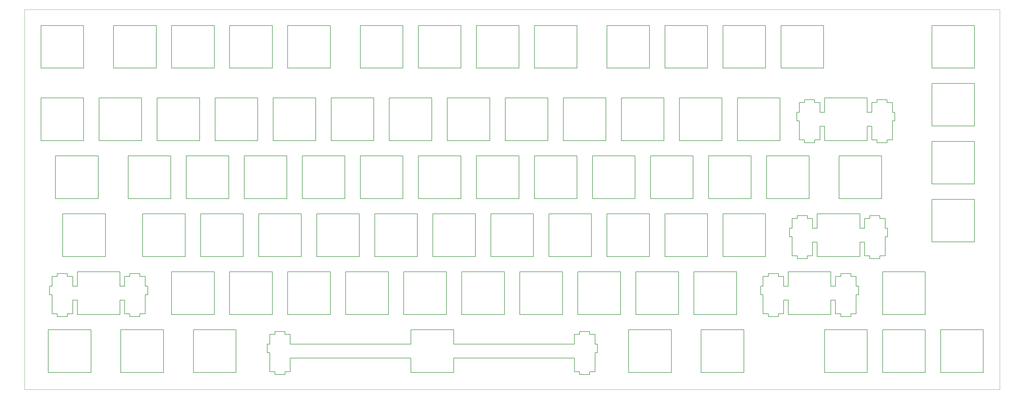
<source format=gbr>
%TF.GenerationSoftware,KiCad,Pcbnew,(6.0.10)*%
%TF.CreationDate,2023-03-07T00:13:01-08:00*%
%TF.ProjectId,fr4 plate,66723420-706c-4617-9465-2e6b69636164,rev?*%
%TF.SameCoordinates,Original*%
%TF.FileFunction,Profile,NP*%
%FSLAX46Y46*%
G04 Gerber Fmt 4.6, Leading zero omitted, Abs format (unit mm)*
G04 Created by KiCad (PCBNEW (6.0.10)) date 2023-03-07 00:13:01*
%MOMM*%
%LPD*%
G01*
G04 APERTURE LIST*
%TA.AperFunction,Profile*%
%ADD10C,0.188976*%
%TD*%
%TA.AperFunction,Profile*%
%ADD11C,0.050000*%
%TD*%
G04 APERTURE END LIST*
D10*
X192281000Y-187149998D02*
X231906000Y-187149998D01*
X232763010Y-120700001D02*
X232763010Y-120700001D01*
X273531000Y-191850003D02*
X287531000Y-191850003D01*
X334731012Y-147250005D02*
X334731012Y-147250005D01*
X94650007Y-91838000D02*
X94650007Y-91838000D01*
X166087008Y-101650000D02*
X166087008Y-101650000D01*
X199425013Y-153750005D02*
X199425013Y-139750005D01*
X213713007Y-134700001D02*
X213713007Y-134700001D01*
X232763010Y-91838000D02*
X232763010Y-77838001D01*
X189900003Y-172800000D02*
X189900003Y-172800000D01*
X329538019Y-103120000D02*
X329538019Y-106349999D01*
X161325006Y-139750005D02*
X161325006Y-139750005D01*
X237813013Y-120700001D02*
X237813013Y-134700001D01*
X333906000Y-147250005D02*
X333906000Y-147250005D01*
X319356012Y-159350003D02*
X319356012Y-159350003D01*
X310106012Y-141219998D02*
X308379999Y-141219998D01*
X352113001Y-191850003D02*
X366113001Y-191850003D01*
X307462000Y-102200001D02*
X307462000Y-102200001D01*
X62194006Y-173550000D02*
X65494005Y-173550000D01*
X319356012Y-159350003D02*
X319356012Y-160270001D01*
X308962000Y-134700001D02*
X308962000Y-120700001D01*
X303356012Y-144450001D02*
X302531000Y-144450001D01*
X136931009Y-179320004D02*
X136931009Y-179320004D01*
X261625010Y-153750005D02*
X261625010Y-153750005D01*
X108938005Y-115650002D02*
X108938005Y-101650000D01*
X194663004Y-120700001D02*
X180663004Y-120700001D01*
X209238001Y-115650002D02*
X209238001Y-115650002D01*
X347063013Y-191850003D02*
X347063013Y-177850003D01*
X218763010Y-77838001D02*
X218763010Y-91838000D01*
X302531000Y-144450001D02*
X302531000Y-147250005D01*
X204188013Y-115650002D02*
X204188013Y-115650002D01*
X247050013Y-172800000D02*
X247050013Y-172800000D01*
X60469006Y-160270001D02*
X60469006Y-163500005D01*
X285150003Y-172800000D02*
X285150003Y-172800000D01*
X175613009Y-91838000D02*
X175613009Y-77838001D01*
X349254999Y-91838000D02*
X349254999Y-91838000D01*
X271150003Y-158800000D02*
X271150003Y-172800000D01*
X133038004Y-101650000D02*
X133038004Y-115650002D01*
X152087008Y-115650002D02*
X152087008Y-115650002D01*
X312488001Y-115420003D02*
X312488001Y-110950001D01*
X137800005Y-158800000D02*
X137800005Y-172800000D01*
X310106012Y-149050000D02*
X310106012Y-149050000D01*
X287531000Y-191850003D02*
X287531000Y-177850003D01*
X325206018Y-166300000D02*
X325206018Y-166300000D01*
X318775019Y-120700001D02*
X318775019Y-134700001D01*
X312488001Y-110950001D02*
X314012995Y-110950001D01*
X166087008Y-115650002D02*
X166087008Y-101650000D01*
X311631006Y-153750005D02*
X325631006Y-153750005D01*
X175900003Y-172800000D02*
X175900003Y-172800000D01*
X266388010Y-115650002D02*
X266388010Y-115650002D01*
X332180994Y-153520001D02*
X333906000Y-153520001D01*
X178280008Y-187149998D02*
X178280008Y-187149998D01*
X85994005Y-159350003D02*
X85994005Y-160270001D01*
X285438013Y-115650002D02*
X299438013Y-115650002D01*
X300581003Y-168100003D02*
X302106012Y-168100003D01*
X303356012Y-141219998D02*
X303356012Y-141219998D01*
X352113001Y-177850003D02*
X352113001Y-191850003D01*
X233631006Y-192600003D02*
X233631006Y-192600003D01*
X310106012Y-153520001D02*
X310106012Y-153520001D01*
X61600006Y-120700001D02*
X61600006Y-134700001D01*
X332775019Y-134700001D02*
X332775019Y-134700001D01*
X249719004Y-191850003D02*
X249719004Y-191850003D01*
X242575006Y-153750005D02*
X242575006Y-153750005D01*
X118463007Y-120700001D02*
X104463007Y-120700001D01*
X275625010Y-153750005D02*
X275625010Y-153750005D01*
X156850008Y-172800000D02*
X170850008Y-172800000D01*
X305738001Y-103120000D02*
X305738001Y-103120000D01*
X270863001Y-134700001D02*
X270863001Y-134700001D01*
X232763010Y-134700001D02*
X232763010Y-120700001D01*
X123225008Y-153750005D02*
X123225008Y-139750005D01*
X147038004Y-115650002D02*
X147038004Y-115650002D01*
X287531000Y-177850003D02*
X287531000Y-177850003D01*
X70838005Y-77838001D02*
X70838005Y-77838001D01*
X316106012Y-172800000D02*
X316106012Y-172800000D01*
X317631006Y-168100003D02*
X317631006Y-172570004D01*
X131906008Y-182550000D02*
X131081003Y-182550000D01*
X138656008Y-187149998D02*
X138656008Y-187149998D01*
X314012995Y-106349999D02*
X312488001Y-106349999D01*
X332180994Y-153520001D02*
X332180994Y-153520001D01*
X305738001Y-109150002D02*
X305738001Y-115420003D01*
X133038004Y-115650002D02*
X133038004Y-115650002D01*
X175613009Y-134700001D02*
X175613009Y-134700001D01*
X334563013Y-103120000D02*
X334563013Y-103120000D01*
X285150003Y-172800000D02*
X285150003Y-158800000D01*
X310106012Y-144450001D02*
X310106012Y-141219998D01*
X65494005Y-159350003D02*
X62194006Y-159350003D01*
X317631006Y-172570004D02*
X317631006Y-172570004D01*
X280675013Y-91838000D02*
X280675013Y-91838000D01*
X82744005Y-168100003D02*
X82744005Y-168100003D01*
X275625010Y-91838000D02*
X275625010Y-91838000D01*
X308962000Y-120700001D02*
X308962000Y-120700001D01*
X152087008Y-115650002D02*
X166087008Y-115650002D01*
X363254999Y-115938000D02*
X363254999Y-115938000D01*
X113700006Y-172800000D02*
X113700006Y-158800000D01*
X275913004Y-134700001D02*
X275913004Y-134700001D01*
X332180994Y-154500005D02*
X332180994Y-154500005D01*
X328881006Y-140300000D02*
X328881006Y-141219998D01*
X70838005Y-115650002D02*
X70838005Y-115650002D01*
X305081003Y-140300000D02*
X305081003Y-141219998D01*
X293831003Y-160270001D02*
X293831003Y-163500005D01*
X325631006Y-153750005D02*
X325631006Y-153750005D01*
X131906008Y-182550000D02*
X131906008Y-182550000D01*
X329538019Y-106349999D02*
X329538019Y-106349999D01*
X314012995Y-177850003D02*
X314012995Y-191850003D01*
X109225004Y-153750005D02*
X123225008Y-153750005D01*
X80650005Y-77838001D02*
X80650005Y-91838000D01*
X223525003Y-153750005D02*
X223525003Y-153750005D01*
X316106012Y-168100003D02*
X317631006Y-168100003D01*
X85994005Y-159350003D02*
X85994005Y-159350003D01*
X70838005Y-115650002D02*
X70838005Y-101650000D01*
X84269007Y-160270001D02*
X84269007Y-160270001D01*
X333063013Y-191850003D02*
X347063013Y-191850003D01*
X175613009Y-77838001D02*
X161613009Y-77838001D01*
X77981007Y-153750005D02*
X77981007Y-153750005D01*
X275913004Y-134700001D02*
X289913004Y-134700001D01*
X65494005Y-160270001D02*
X65494005Y-159350003D01*
X73219006Y-191850003D02*
X73219006Y-191850003D01*
X285150003Y-158800000D02*
X285150003Y-158800000D01*
X316106012Y-172800000D02*
X316106012Y-168100003D01*
X285150003Y-158800000D02*
X271150003Y-158800000D01*
X142275003Y-153750005D02*
X142275003Y-139750005D01*
X233050013Y-158800000D02*
X233050013Y-172800000D01*
X308379999Y-141219998D02*
X308379999Y-141219998D01*
X238656000Y-182550000D02*
X238656000Y-179320004D01*
X190188013Y-115650002D02*
X204188013Y-115650002D01*
X280675013Y-77838001D02*
X280675013Y-91838000D01*
X256575006Y-153750005D02*
X256575006Y-139750005D01*
X178280008Y-191850003D02*
X178280008Y-191850003D01*
X118463007Y-134700001D02*
X118463007Y-120700001D01*
X231906000Y-191620000D02*
X233631006Y-191620000D01*
X313725000Y-91838000D02*
X313725000Y-91838000D01*
X151800005Y-91838000D02*
X151800005Y-77838001D01*
X208950006Y-172800000D02*
X208950006Y-158800000D01*
X329538019Y-110950001D02*
X329538019Y-115420003D01*
X275625010Y-77838001D02*
X261625010Y-77838001D01*
X328012995Y-115650002D02*
X328012995Y-110950001D01*
X108938005Y-115650002D02*
X108938005Y-115650002D01*
X232763010Y-77838001D02*
X218763010Y-77838001D01*
X313725000Y-77838001D02*
X313725000Y-77838001D01*
X332775019Y-120700001D02*
X332775019Y-120700001D01*
X199425013Y-139750005D02*
X199425013Y-139750005D01*
X133038004Y-115650002D02*
X147038004Y-115650002D01*
X298856012Y-172570004D02*
X298856012Y-172570004D01*
X65494005Y-172570004D02*
X67219006Y-172570004D01*
X208950006Y-172800000D02*
X208950006Y-172800000D01*
X247338007Y-115650002D02*
X261338007Y-115650002D01*
X73219006Y-177850003D02*
X59219006Y-177850003D01*
X305738001Y-115420003D02*
X307462000Y-115420003D01*
X247050013Y-172800000D02*
X247050013Y-158800000D01*
X118463007Y-120700001D02*
X118463007Y-120700001D01*
X131906008Y-179320004D02*
X131906008Y-179320004D01*
X97031008Y-177850003D02*
X97031008Y-177850003D01*
X89294004Y-160270001D02*
X89294004Y-159350003D01*
X304913004Y-106349999D02*
X304913004Y-106349999D01*
X232763010Y-77838001D02*
X232763010Y-77838001D01*
X238656000Y-185350003D02*
X239481012Y-185350003D01*
X328881006Y-154500005D02*
X328881006Y-154500005D01*
X310106012Y-153520001D02*
X310106012Y-149050000D01*
X213713007Y-91838000D02*
X213713007Y-91838000D01*
X261625010Y-153750005D02*
X275625010Y-153750005D01*
X137800005Y-172800000D02*
X151800005Y-172800000D01*
X185425013Y-139750005D02*
X185425013Y-153750005D01*
X347063013Y-191850003D02*
X347063013Y-191850003D01*
X308379999Y-140300000D02*
X308379999Y-140300000D01*
X242288004Y-101650000D02*
X242288004Y-101650000D01*
X131081003Y-182550000D02*
X131081003Y-185350003D01*
X65494005Y-173550000D02*
X65494005Y-173550000D01*
X275625010Y-139750005D02*
X275625010Y-139750005D01*
X263719004Y-177850003D02*
X249719004Y-177850003D01*
X218475000Y-139750005D02*
X218475000Y-139750005D01*
X175900003Y-172800000D02*
X189900003Y-172800000D01*
X63981006Y-139750005D02*
X63981006Y-153750005D01*
X91019007Y-160270001D02*
X91019007Y-160270001D01*
X238656000Y-179320004D02*
X238656000Y-179320004D01*
X67219006Y-163500005D02*
X67219006Y-163500005D01*
X192281000Y-177850003D02*
X192281000Y-177850003D01*
X322656000Y-173550000D02*
X322656000Y-173550000D01*
X99700006Y-91838000D02*
X99700006Y-91838000D01*
X261625010Y-139750005D02*
X261625010Y-153750005D01*
X199713007Y-91838000D02*
X213713007Y-91838000D01*
X327156000Y-153520001D02*
X327156000Y-153520001D01*
X261625010Y-91838000D02*
X261625010Y-91838000D01*
X336288019Y-115420003D02*
X336288019Y-109150002D01*
X62194006Y-160270001D02*
X60469006Y-160270001D01*
X223525003Y-139750005D02*
X223525003Y-153750005D01*
X161613009Y-134700001D02*
X161613009Y-134700001D01*
X314012995Y-191850003D02*
X314012995Y-191850003D01*
X89888006Y-101650000D02*
X75888006Y-101650000D01*
X137513002Y-134700001D02*
X137513002Y-134700001D01*
X295556009Y-173550000D02*
X298856012Y-173550000D01*
X313725000Y-77838001D02*
X299725000Y-77838001D01*
X161613009Y-120700001D02*
X161613009Y-134700001D01*
X332180994Y-154500005D02*
X332180994Y-153520001D01*
X310106012Y-144450001D02*
X310106012Y-144450001D01*
X70838005Y-77838001D02*
X56838006Y-77838001D01*
X331262995Y-115420003D02*
X331262995Y-116400002D01*
X80650005Y-91838000D02*
X80650005Y-91838000D01*
X300581003Y-160270001D02*
X298856012Y-160270001D01*
X311631006Y-153750005D02*
X311631006Y-153750005D01*
X324381006Y-163500005D02*
X324381006Y-163500005D01*
X85994005Y-160270001D02*
X84269007Y-160270001D01*
X132750010Y-172800000D02*
X132750010Y-172800000D01*
X236931009Y-192600003D02*
X236931009Y-192600003D01*
X324381006Y-166300000D02*
X324381006Y-166300000D01*
X85994005Y-160270001D02*
X85994005Y-160270001D01*
X142563005Y-134700001D02*
X142563005Y-134700001D01*
X175613009Y-120700001D02*
X161613009Y-120700001D01*
X263719004Y-177850003D02*
X263719004Y-177850003D01*
X132750010Y-158800000D02*
X132750010Y-158800000D01*
X63981006Y-153750005D02*
X63981006Y-153750005D01*
X334563013Y-116400002D02*
X334563013Y-115420003D01*
X218763010Y-91838000D02*
X218763010Y-91838000D01*
X252100000Y-172800000D02*
X266100000Y-172800000D01*
X266100000Y-172800000D02*
X266100000Y-158800000D01*
X113700006Y-91838000D02*
X113700006Y-91838000D01*
X311631006Y-149050000D02*
X311631006Y-149050000D01*
X128275003Y-153750005D02*
X128275003Y-153750005D01*
X303356012Y-141219998D02*
X303356012Y-144450001D01*
X236931009Y-179320004D02*
X236931009Y-178399998D01*
X295556009Y-173550000D02*
X295556009Y-173550000D01*
X85994005Y-173550000D02*
X89294004Y-173550000D01*
X331262995Y-102200001D02*
X331262995Y-102200001D01*
X90175005Y-153750005D02*
X90175005Y-153750005D01*
X280388010Y-101650000D02*
X266388010Y-101650000D01*
X180663004Y-120700001D02*
X180663004Y-134700001D01*
X251813013Y-120700001D02*
X251813013Y-120700001D01*
X310762995Y-116400002D02*
X310762995Y-116400002D01*
X289913004Y-134700001D02*
X289913004Y-134700001D01*
X334731012Y-144450001D02*
X333906000Y-144450001D01*
X60469006Y-166300000D02*
X60469006Y-166300000D01*
X199713007Y-120700001D02*
X199713007Y-134700001D01*
X300581003Y-160270001D02*
X300581003Y-160270001D01*
X300581003Y-163500005D02*
X300581003Y-163500005D01*
X62194006Y-172570004D02*
X62194006Y-172570004D01*
X252100000Y-158800000D02*
X252100000Y-172800000D01*
X185138010Y-115650002D02*
X185138010Y-101650000D01*
X223238001Y-101650000D02*
X209238001Y-101650000D01*
X280388010Y-101650000D02*
X280388010Y-101650000D01*
X311631006Y-144450001D02*
X311631006Y-144450001D01*
X185138010Y-115650002D02*
X185138010Y-115650002D01*
X113700006Y-77838001D02*
X113700006Y-77838001D01*
X91019007Y-163500005D02*
X91019007Y-163500005D01*
X75888006Y-115650002D02*
X89888006Y-115650002D01*
X108938005Y-101650000D02*
X94938005Y-101650000D01*
X67219006Y-168100003D02*
X67219006Y-168100003D01*
X231906000Y-187149998D02*
X231906000Y-191620000D01*
X305738001Y-106349999D02*
X304913004Y-106349999D01*
X349254999Y-134988004D02*
X349254999Y-148988004D01*
X204188013Y-101650000D02*
X204188013Y-101650000D01*
X94938005Y-115650002D02*
X108938005Y-115650002D01*
X316106012Y-158800000D02*
X302106012Y-158800000D01*
X302106012Y-163500005D02*
X302106012Y-163500005D01*
X180375010Y-153750005D02*
X180375010Y-153750005D01*
X237525003Y-139750005D02*
X237525003Y-139750005D01*
X56838006Y-91838000D02*
X56838006Y-91838000D01*
X104175005Y-139750005D02*
X104175005Y-139750005D01*
X333906000Y-144450001D02*
X333906000Y-141219998D01*
X334563013Y-115420003D02*
X334563013Y-115420003D01*
X108938005Y-101650000D02*
X108938005Y-101650000D01*
X99700006Y-172800000D02*
X99700006Y-172800000D01*
X166375010Y-153750005D02*
X180375010Y-153750005D01*
X199713007Y-134700001D02*
X199713007Y-134700001D01*
X256575006Y-77838001D02*
X256575006Y-77838001D01*
X137513002Y-120700001D02*
X123513002Y-120700001D01*
X328881006Y-153520001D02*
X328881006Y-153520001D01*
X231906000Y-182550000D02*
X192281000Y-182550000D01*
X223238001Y-115650002D02*
X223238001Y-115650002D01*
X307462000Y-116400002D02*
X310762995Y-116400002D01*
X132750010Y-91838000D02*
X132750010Y-77838001D01*
X204475000Y-139750005D02*
X204475000Y-153750005D01*
X299438013Y-101650000D02*
X285438013Y-101650000D01*
X314012995Y-110950001D02*
X314012995Y-110950001D01*
X60469006Y-172570004D02*
X62194006Y-172570004D01*
X118750010Y-172800000D02*
X132750010Y-172800000D01*
X113700006Y-158800000D02*
X113700006Y-158800000D01*
X366113001Y-191850003D02*
X366113001Y-177850003D01*
X123513002Y-134700001D02*
X123513002Y-134700001D01*
X314012995Y-115650002D02*
X328012995Y-115650002D01*
X67219006Y-168100003D02*
X68744005Y-168100003D01*
X334731012Y-144450001D02*
X334731012Y-144450001D01*
X311631006Y-139750005D02*
X311631006Y-144450001D01*
X137513002Y-134700001D02*
X137513002Y-120700001D01*
X329538019Y-106349999D02*
X328012995Y-106349999D01*
X314012995Y-106349999D02*
X314012995Y-106349999D01*
X97031008Y-191850003D02*
X97031008Y-191850003D01*
X328012995Y-106349999D02*
X328012995Y-106349999D01*
X325631006Y-144450001D02*
X325631006Y-144450001D01*
X294675013Y-91838000D02*
X294675013Y-91838000D01*
X123513002Y-120700001D02*
X123513002Y-134700001D01*
X239481012Y-185350003D02*
X239481012Y-182550000D01*
X247050013Y-158800000D02*
X247050013Y-158800000D01*
X59644006Y-163500005D02*
X59644006Y-166300000D01*
X85413008Y-134700001D02*
X99413008Y-134700001D01*
X185138010Y-101650000D02*
X185138010Y-101650000D01*
X294963007Y-134700001D02*
X294963007Y-134700001D01*
X175613009Y-120700001D02*
X175613009Y-120700001D01*
X228000010Y-172800000D02*
X228000010Y-158800000D01*
X310762995Y-116400002D02*
X310762995Y-115420003D01*
X328012995Y-115650002D02*
X328012995Y-115650002D01*
X236931009Y-179320004D02*
X236931009Y-179320004D01*
X298856012Y-173550000D02*
X298856012Y-173550000D01*
X329538019Y-115420003D02*
X329538019Y-115420003D01*
X251813013Y-134700001D02*
X251813013Y-134700001D01*
X293831003Y-172570004D02*
X293831003Y-172570004D01*
X298856012Y-172570004D02*
X300581003Y-172570004D01*
X133631006Y-178399998D02*
X133631006Y-178399998D01*
X170850008Y-172800000D02*
X170850008Y-172800000D01*
X133631006Y-191620000D02*
X133631006Y-192600003D01*
X166087008Y-101650000D02*
X152087008Y-101650000D01*
X90175005Y-139750005D02*
X90175005Y-153750005D01*
X142275003Y-153750005D02*
X142275003Y-153750005D01*
X261338007Y-101650000D02*
X261338007Y-101650000D01*
X328012995Y-106349999D02*
X328012995Y-101650000D01*
X199713007Y-134700001D02*
X213713007Y-134700001D01*
X270863001Y-120700001D02*
X256863001Y-120700001D01*
X333063013Y-172800000D02*
X347063013Y-172800000D01*
X325206018Y-166300000D02*
X325206018Y-163500005D01*
X156850008Y-158800000D02*
X156850008Y-172800000D01*
X128275003Y-139750005D02*
X128275003Y-153750005D01*
X82744005Y-172800000D02*
X82744005Y-172800000D01*
X327156000Y-144450001D02*
X327156000Y-144450001D01*
X324381006Y-166300000D02*
X325206018Y-166300000D01*
X307462000Y-103120000D02*
X307462000Y-103120000D01*
X242575006Y-139750005D02*
X242575006Y-153750005D01*
X298856012Y-160270001D02*
X298856012Y-160270001D01*
X151800005Y-172800000D02*
X151800005Y-158800000D01*
X363254999Y-110888001D02*
X363254999Y-96888001D01*
X223238001Y-115650002D02*
X223238001Y-101650000D01*
X329538019Y-103120000D02*
X329538019Y-103120000D01*
X208950006Y-158800000D02*
X194950006Y-158800000D01*
X91844007Y-166300000D02*
X91844007Y-166300000D01*
X233631006Y-191620000D02*
X233631006Y-192600003D01*
X127988009Y-115650002D02*
X127988009Y-115650002D01*
X138656008Y-191620000D02*
X138656008Y-191620000D01*
X293831003Y-166300000D02*
X293831003Y-166300000D01*
X190188013Y-101650000D02*
X190188013Y-115650002D01*
X84269007Y-168100003D02*
X84269007Y-168100003D01*
X59219006Y-191850003D02*
X73219006Y-191850003D01*
X189900003Y-158800000D02*
X189900003Y-158800000D01*
X99413008Y-134700001D02*
X99413008Y-134700001D01*
X314012995Y-101650000D02*
X314012995Y-106349999D01*
X314012995Y-191850003D02*
X328012995Y-191850003D01*
X289913004Y-120700001D02*
X275913004Y-120700001D01*
X298856012Y-159350003D02*
X298856012Y-159350003D01*
X261338007Y-115650002D02*
X261338007Y-101650000D01*
X62194006Y-160270001D02*
X62194006Y-160270001D01*
X363254999Y-148988004D02*
X363254999Y-148988004D01*
X209238001Y-115650002D02*
X223238001Y-115650002D01*
X213713007Y-134700001D02*
X213713007Y-120700001D01*
X180375010Y-139750005D02*
X166375010Y-139750005D01*
X331262995Y-103120000D02*
X329538019Y-103120000D01*
X366113001Y-191850003D02*
X366113001Y-191850003D01*
X113988009Y-115650002D02*
X127988009Y-115650002D01*
X334563013Y-102200001D02*
X331262995Y-102200001D01*
X170850008Y-158800000D02*
X170850008Y-158800000D01*
X261625010Y-77838001D02*
X261625010Y-91838000D01*
X336288019Y-106349999D02*
X336288019Y-106349999D01*
X322656000Y-172570004D02*
X324381006Y-172570004D01*
X363254999Y-110888001D02*
X363254999Y-110888001D01*
X295556009Y-160270001D02*
X295556009Y-160270001D01*
X294675013Y-77838001D02*
X294675013Y-77838001D01*
X233631006Y-178399998D02*
X233631006Y-179320004D01*
X185425013Y-153750005D02*
X185425013Y-153750005D01*
X213713007Y-77838001D02*
X213713007Y-77838001D01*
X300581003Y-163500005D02*
X300581003Y-160270001D01*
X136931009Y-192600003D02*
X136931009Y-192600003D01*
X171137003Y-101650000D02*
X171137003Y-115650002D01*
X256575006Y-139750005D02*
X242575006Y-139750005D01*
X180663004Y-134700001D02*
X180663004Y-134700001D01*
X136931009Y-192600003D02*
X136931009Y-191620000D01*
X133631006Y-179320004D02*
X133631006Y-179320004D01*
X133631006Y-179320004D02*
X131906008Y-179320004D01*
D11*
X51394999Y-72628000D02*
X371494999Y-72628000D01*
X371494999Y-72628000D02*
X371494999Y-197458000D01*
X371494999Y-197458000D02*
X51394999Y-197458000D01*
X51394999Y-197458000D02*
X51394999Y-72628000D01*
D10*
X333063013Y-172800000D02*
X333063013Y-172800000D01*
X91844007Y-163500005D02*
X91019007Y-163500005D01*
X185138010Y-101650000D02*
X171137003Y-101650000D01*
X303356012Y-147250005D02*
X303356012Y-153520001D01*
X363254999Y-91838000D02*
X363254999Y-77838001D01*
X68744005Y-168100003D02*
X68744005Y-172800000D01*
X334731012Y-147250005D02*
X334731012Y-144450001D01*
X349254999Y-110888001D02*
X349254999Y-110888001D01*
X89294004Y-159350003D02*
X89294004Y-159350003D01*
X305081003Y-154500005D02*
X305081003Y-154500005D01*
X156563005Y-120700001D02*
X142563005Y-120700001D01*
X305081003Y-140300000D02*
X305081003Y-140300000D01*
X336288019Y-109150002D02*
X336288019Y-109150002D01*
X231906000Y-179320004D02*
X231906000Y-182550000D01*
X319356012Y-160270001D02*
X317631006Y-160270001D01*
X302106012Y-163500005D02*
X300581003Y-163500005D01*
X106844007Y-177850003D02*
X106844007Y-191850003D01*
X113700006Y-158800000D02*
X99700006Y-158800000D01*
X332775019Y-120700001D02*
X318775019Y-120700001D01*
X178280008Y-182550000D02*
X138656008Y-182550000D01*
X237525003Y-139750005D02*
X223525003Y-139750005D01*
X70838005Y-91838000D02*
X70838005Y-77838001D01*
X82744005Y-158800000D02*
X68744005Y-158800000D01*
X247050013Y-158800000D02*
X233050013Y-158800000D01*
X280675013Y-91838000D02*
X294675013Y-91838000D01*
X238656000Y-185350003D02*
X238656000Y-185350003D01*
X302531000Y-147250005D02*
X303356012Y-147250005D01*
X349254999Y-148988004D02*
X349254999Y-148988004D01*
X161613009Y-91838000D02*
X161613009Y-91838000D01*
X294675013Y-91838000D02*
X294675013Y-77838001D01*
X120844004Y-177850003D02*
X120844004Y-177850003D01*
X131906008Y-185350003D02*
X131906008Y-191620000D01*
X336288019Y-109150002D02*
X337113001Y-109150002D01*
X363254999Y-129938000D02*
X363254999Y-129938000D01*
X67219006Y-160270001D02*
X65494005Y-160270001D01*
X363254999Y-148988004D02*
X363254999Y-134988004D01*
X249719004Y-177850003D02*
X249719004Y-191850003D01*
X310762995Y-103120000D02*
X310762995Y-102200001D01*
X127988009Y-101650000D02*
X113988009Y-101650000D01*
X62194006Y-159350003D02*
X62194006Y-159350003D01*
X214000010Y-172800000D02*
X214000010Y-172800000D01*
X180663004Y-91838000D02*
X194663004Y-91838000D01*
X82744005Y-163500005D02*
X82744005Y-163500005D01*
X89294004Y-172570004D02*
X89294004Y-172570004D01*
X242288004Y-101650000D02*
X228288004Y-101650000D01*
X310762995Y-103120000D02*
X310762995Y-103120000D01*
X237813013Y-134700001D02*
X237813013Y-134700001D01*
X318775019Y-134700001D02*
X332775019Y-134700001D01*
X223238001Y-101650000D02*
X223238001Y-101650000D01*
X293006006Y-166300000D02*
X293831003Y-166300000D01*
X349254999Y-110888001D02*
X363254999Y-110888001D01*
X293831003Y-163500005D02*
X293831003Y-163500005D01*
X238656000Y-182550000D02*
X238656000Y-182550000D01*
X68744005Y-172800000D02*
X82744005Y-172800000D01*
X136931009Y-191620000D02*
X138656008Y-191620000D01*
X232763010Y-134700001D02*
X232763010Y-134700001D01*
X305081003Y-153520001D02*
X305081003Y-154500005D01*
X75888006Y-115650002D02*
X75888006Y-115650002D01*
X337113001Y-106349999D02*
X337113001Y-106349999D01*
X334563013Y-116400002D02*
X334563013Y-116400002D01*
X120844004Y-191850003D02*
X120844004Y-177850003D01*
X334563013Y-115420003D02*
X336288019Y-115420003D01*
X128275003Y-153750005D02*
X142275003Y-153750005D01*
X322656000Y-160270001D02*
X322656000Y-160270001D01*
X322656000Y-159350003D02*
X322656000Y-159350003D01*
X249719004Y-191850003D02*
X263719004Y-191850003D01*
X85413008Y-120700001D02*
X85413008Y-134700001D01*
X256575006Y-91838000D02*
X256575006Y-91838000D01*
X218475000Y-139750005D02*
X204475000Y-139750005D01*
X295556009Y-159350003D02*
X295556009Y-159350003D01*
X208950006Y-158800000D02*
X208950006Y-158800000D01*
X261338007Y-101650000D02*
X247338007Y-101650000D01*
X59219006Y-191850003D02*
X59219006Y-191850003D01*
X363254999Y-77838001D02*
X349254999Y-77838001D01*
X213713007Y-91838000D02*
X213713007Y-77838001D01*
X104463007Y-134700001D02*
X104463007Y-134700001D01*
X199713007Y-91838000D02*
X199713007Y-91838000D01*
X99413008Y-120700001D02*
X85413008Y-120700001D01*
X352113001Y-191850003D02*
X352113001Y-191850003D01*
X83031008Y-191850003D02*
X83031008Y-191850003D01*
X316106012Y-168100003D02*
X316106012Y-168100003D01*
X218763010Y-134700001D02*
X232763010Y-134700001D01*
X118750010Y-77838001D02*
X118750010Y-91838000D01*
X192281000Y-191850003D02*
X192281000Y-191850003D01*
X299725000Y-91838000D02*
X313725000Y-91838000D01*
X304913004Y-109150002D02*
X304913004Y-109150002D01*
X142563005Y-120700001D02*
X142563005Y-134700001D01*
X266388010Y-101650000D02*
X266388010Y-115650002D01*
X307462000Y-115420003D02*
X307462000Y-115420003D01*
X170850008Y-158800000D02*
X156850008Y-158800000D01*
X97031008Y-191850003D02*
X97031008Y-177850003D01*
X65494005Y-159350003D02*
X65494005Y-159350003D01*
X305738001Y-106349999D02*
X305738001Y-106349999D01*
X180375010Y-139750005D02*
X180375010Y-139750005D01*
X303356012Y-147250005D02*
X303356012Y-147250005D01*
X305081003Y-153520001D02*
X305081003Y-153520001D01*
X303356012Y-153520001D02*
X305081003Y-153520001D01*
X317631006Y-160270001D02*
X317631006Y-160270001D01*
X236931009Y-191620000D02*
X238656000Y-191620000D01*
X366113001Y-177850003D02*
X352113001Y-177850003D01*
X298856012Y-160270001D02*
X298856012Y-159350003D01*
X231906000Y-187149998D02*
X231906000Y-187149998D01*
X334563013Y-103120000D02*
X334563013Y-102200001D01*
X322656000Y-160270001D02*
X322656000Y-159350003D01*
X275913004Y-120700001D02*
X275913004Y-134700001D01*
X239481012Y-182550000D02*
X238656000Y-182550000D01*
X307462000Y-103120000D02*
X305738001Y-103120000D01*
X336288019Y-115420003D02*
X336288019Y-115420003D01*
X256575006Y-153750005D02*
X256575006Y-153750005D01*
X236931009Y-178399998D02*
X233631006Y-178399998D01*
X256575006Y-77838001D02*
X242575006Y-77838001D01*
X256575006Y-91838000D02*
X256575006Y-77838001D01*
X65494005Y-160270001D02*
X65494005Y-160270001D01*
X67219006Y-163500005D02*
X67219006Y-160270001D01*
X331262995Y-115420003D02*
X331262995Y-115420003D01*
X132750010Y-172800000D02*
X132750010Y-158800000D01*
X91019007Y-166300000D02*
X91844007Y-166300000D01*
X99413008Y-134700001D02*
X99413008Y-120700001D01*
X147038004Y-101650000D02*
X147038004Y-101650000D01*
X319356012Y-172570004D02*
X319356012Y-173550000D01*
X336288019Y-103120000D02*
X336288019Y-103120000D01*
X151800005Y-77838001D02*
X137800005Y-77838001D01*
X328012995Y-101650000D02*
X314012995Y-101650000D01*
X61600006Y-134700001D02*
X75600006Y-134700001D01*
X199425013Y-139750005D02*
X185425013Y-139750005D01*
X65494005Y-172570004D02*
X65494005Y-172570004D01*
X273531000Y-177850003D02*
X273531000Y-191850003D01*
X194950006Y-172800000D02*
X194950006Y-172800000D01*
X349254999Y-129938000D02*
X363254999Y-129938000D01*
X328012995Y-177850003D02*
X328012995Y-177850003D01*
X84269007Y-160270001D02*
X84269007Y-163500005D01*
X310762995Y-115420003D02*
X312488001Y-115420003D01*
X204188013Y-115650002D02*
X204188013Y-101650000D01*
X266388010Y-115650002D02*
X280388010Y-115650002D01*
X271150003Y-172800000D02*
X285150003Y-172800000D01*
X192281000Y-177850003D02*
X178280008Y-177850003D01*
X333906000Y-144450001D02*
X333906000Y-144450001D01*
X280675013Y-139750005D02*
X280675013Y-153750005D01*
X113700006Y-172800000D02*
X113700006Y-172800000D01*
X62194006Y-172570004D02*
X62194006Y-173550000D01*
X333063013Y-177850003D02*
X333063013Y-191850003D01*
X85994005Y-172570004D02*
X85994005Y-173550000D01*
X171137003Y-115650002D02*
X185138010Y-115650002D01*
X299725000Y-91838000D02*
X299725000Y-91838000D01*
X347063013Y-172800000D02*
X347063013Y-172800000D01*
X132750010Y-91838000D02*
X132750010Y-91838000D01*
X104463007Y-120700001D02*
X104463007Y-134700001D01*
X89294004Y-172570004D02*
X91019007Y-172570004D01*
X118750010Y-158800000D02*
X118750010Y-172800000D01*
X89294004Y-160270001D02*
X89294004Y-160270001D01*
X247338007Y-101650000D02*
X247338007Y-115650002D01*
X75600006Y-120700001D02*
X61600006Y-120700001D01*
X73219006Y-191850003D02*
X73219006Y-177850003D01*
X192281000Y-187149998D02*
X192281000Y-187149998D01*
X256863001Y-134700001D02*
X256863001Y-134700001D01*
X238656000Y-179320004D02*
X236931009Y-179320004D01*
X59644006Y-163500005D02*
X59644006Y-163500005D01*
X75600006Y-134700001D02*
X75600006Y-134700001D01*
X109225004Y-153750005D02*
X109225004Y-153750005D01*
X120844004Y-191850003D02*
X120844004Y-191850003D01*
X298856012Y-173550000D02*
X298856012Y-172570004D01*
X132750010Y-77838001D02*
X132750010Y-77838001D01*
X194663004Y-91838000D02*
X194663004Y-77838001D01*
X214000010Y-172800000D02*
X228000010Y-172800000D01*
X204475000Y-153750005D02*
X218475000Y-153750005D01*
X142275003Y-139750005D02*
X142275003Y-139750005D01*
X275625010Y-77838001D02*
X275625010Y-77838001D01*
X151800005Y-91838000D02*
X151800005Y-91838000D01*
X136931009Y-191620000D02*
X136931009Y-191620000D01*
X324381006Y-163500005D02*
X324381006Y-160270001D01*
X363254999Y-115938000D02*
X349254999Y-115938000D01*
X77981007Y-139750005D02*
X77981007Y-139750005D01*
X118463007Y-134700001D02*
X118463007Y-134700001D01*
X332180994Y-141219998D02*
X332180994Y-141219998D01*
X82744005Y-172800000D02*
X82744005Y-168100003D01*
X204188013Y-101650000D02*
X190188013Y-101650000D01*
X60469006Y-160270001D02*
X60469006Y-160270001D01*
X347063013Y-172800000D02*
X347063013Y-158800000D01*
X324381006Y-160270001D02*
X322656000Y-160270001D01*
X305738001Y-103120000D02*
X305738001Y-106349999D01*
X300581003Y-168100003D02*
X300581003Y-168100003D01*
X305081003Y-141219998D02*
X303356012Y-141219998D01*
X127988009Y-101650000D02*
X127988009Y-101650000D01*
X312488001Y-103120000D02*
X310762995Y-103120000D01*
X152087008Y-101650000D02*
X152087008Y-115650002D01*
X242575006Y-153750005D02*
X256575006Y-153750005D01*
X180663004Y-134700001D02*
X194663004Y-134700001D01*
X308379999Y-141219998D02*
X308379999Y-140300000D01*
X131081003Y-185350003D02*
X131081003Y-185350003D01*
X83031008Y-177850003D02*
X83031008Y-191850003D01*
X192281000Y-182550000D02*
X192281000Y-177850003D01*
X67219006Y-172570004D02*
X67219006Y-168100003D01*
X303356012Y-153520001D02*
X303356012Y-153520001D01*
X331262995Y-116400002D02*
X331262995Y-116400002D01*
X133631006Y-178399998D02*
X133631006Y-179320004D01*
X194663004Y-77838001D02*
X180663004Y-77838001D01*
X294963007Y-120700001D02*
X294963007Y-134700001D01*
X233050013Y-172800000D02*
X233050013Y-172800000D01*
X218475000Y-153750005D02*
X218475000Y-153750005D01*
X99700006Y-77838001D02*
X99700006Y-91838000D01*
X104175005Y-139750005D02*
X90175005Y-139750005D01*
X295556009Y-160270001D02*
X293831003Y-160270001D01*
X82744005Y-163500005D02*
X82744005Y-158800000D01*
X310762995Y-115420003D02*
X310762995Y-115420003D01*
X270863001Y-120700001D02*
X270863001Y-120700001D01*
X322656000Y-173550000D02*
X322656000Y-172570004D01*
X261625010Y-91838000D02*
X275625010Y-91838000D01*
X363254999Y-96888001D02*
X349254999Y-96888001D01*
X308379999Y-154500005D02*
X308379999Y-153520001D01*
X178280008Y-187149998D02*
X178280008Y-191850003D01*
X363254999Y-96888001D02*
X363254999Y-96888001D01*
X133631006Y-191620000D02*
X133631006Y-191620000D01*
X304913004Y-109150002D02*
X305738001Y-109150002D01*
X302106012Y-172800000D02*
X316106012Y-172800000D01*
X316106012Y-158800000D02*
X316106012Y-158800000D01*
X322656000Y-159350003D02*
X319356012Y-159350003D01*
X67219006Y-172570004D02*
X67219006Y-172570004D01*
X308379999Y-153520001D02*
X308379999Y-153520001D01*
X273531000Y-191850003D02*
X273531000Y-191850003D01*
X131906008Y-179320004D02*
X131906008Y-182550000D01*
X294675013Y-153750005D02*
X294675013Y-139750005D01*
X349254999Y-148988004D02*
X363254999Y-148988004D01*
X138656008Y-191620000D02*
X138656008Y-187149998D01*
X332180994Y-140300000D02*
X332180994Y-140300000D01*
X228288004Y-115650002D02*
X242288004Y-115650002D01*
X194663004Y-134700001D02*
X194663004Y-120700001D01*
X68744005Y-158800000D02*
X68744005Y-163500005D01*
X300581003Y-172570004D02*
X300581003Y-172570004D01*
X218475000Y-153750005D02*
X218475000Y-139750005D01*
X295556009Y-159350003D02*
X295556009Y-160270001D01*
X113700006Y-77838001D02*
X99700006Y-77838001D01*
X304913004Y-106349999D02*
X304913004Y-109150002D01*
X349254999Y-115938000D02*
X349254999Y-129938000D01*
X147325006Y-153750005D02*
X161325006Y-153750005D01*
X94938005Y-101650000D02*
X94938005Y-115650002D01*
X233631006Y-179320004D02*
X233631006Y-179320004D01*
X189900003Y-158800000D02*
X175900003Y-158800000D01*
X138656008Y-182550000D02*
X138656008Y-182550000D01*
X317631006Y-163500005D02*
X316106012Y-163500005D01*
X349254999Y-96888001D02*
X349254999Y-110888001D01*
X308962000Y-120700001D02*
X294963007Y-120700001D01*
X138656008Y-179320004D02*
X138656008Y-179320004D01*
X123225008Y-139750005D02*
X109225004Y-139750005D01*
X329538019Y-110950001D02*
X329538019Y-110950001D01*
X347063013Y-158800000D02*
X347063013Y-158800000D01*
X161325006Y-153750005D02*
X161325006Y-153750005D01*
X337113001Y-109150002D02*
X337113001Y-109150002D01*
X94938005Y-115650002D02*
X94938005Y-115650002D01*
X307462000Y-115420003D02*
X307462000Y-116400002D01*
X312488001Y-110950001D02*
X312488001Y-110950001D01*
X137800005Y-172800000D02*
X137800005Y-172800000D01*
X232763010Y-91838000D02*
X232763010Y-91838000D01*
X263719004Y-191850003D02*
X263719004Y-177850003D01*
X151800005Y-158800000D02*
X151800005Y-158800000D01*
X185425013Y-153750005D02*
X199425013Y-153750005D01*
X213713007Y-77838001D02*
X199713007Y-77838001D01*
X84269007Y-172570004D02*
X84269007Y-172570004D01*
X303356012Y-144450001D02*
X303356012Y-144450001D01*
X327156000Y-141219998D02*
X327156000Y-144450001D01*
X137800005Y-77838001D02*
X137800005Y-91838000D01*
X275625010Y-139750005D02*
X261625010Y-139750005D01*
X89888006Y-101650000D02*
X89888006Y-101650000D01*
X333906000Y-147250005D02*
X334731012Y-147250005D01*
X56838006Y-115650002D02*
X56838006Y-115650002D01*
X161613009Y-91838000D02*
X175613009Y-91838000D01*
X131081003Y-182550000D02*
X131081003Y-182550000D01*
X308379999Y-154500005D02*
X308379999Y-154500005D01*
X252100000Y-172800000D02*
X252100000Y-172800000D01*
X131906008Y-185350003D02*
X131906008Y-185350003D01*
X302106012Y-168100003D02*
X302106012Y-172800000D01*
X305738001Y-115420003D02*
X305738001Y-115420003D01*
X294675013Y-153750005D02*
X294675013Y-153750005D01*
X328881006Y-154500005D02*
X332180994Y-154500005D01*
X70838005Y-101650000D02*
X70838005Y-101650000D01*
X237525003Y-153750005D02*
X237525003Y-153750005D01*
X56838006Y-91838000D02*
X70838005Y-91838000D01*
X325631006Y-144450001D02*
X325631006Y-139750005D01*
X138656008Y-179320004D02*
X136931009Y-179320004D01*
X75600006Y-134700001D02*
X75600006Y-120700001D01*
X133631006Y-192600003D02*
X136931009Y-192600003D01*
X147038004Y-115650002D02*
X147038004Y-101650000D01*
X118750010Y-91838000D02*
X118750010Y-91838000D01*
X199713007Y-77838001D02*
X199713007Y-91838000D01*
X118750010Y-172800000D02*
X118750010Y-172800000D01*
X319356012Y-173550000D02*
X322656000Y-173550000D01*
X293006006Y-163500005D02*
X293006006Y-166300000D01*
X147038004Y-101650000D02*
X133038004Y-101650000D01*
X238656000Y-191620000D02*
X238656000Y-191620000D01*
X324381006Y-172570004D02*
X324381006Y-172570004D01*
X298856012Y-159350003D02*
X295556009Y-159350003D01*
X123225008Y-139750005D02*
X123225008Y-139750005D01*
X80650005Y-91838000D02*
X94650007Y-91838000D01*
X91019007Y-172570004D02*
X91019007Y-172570004D01*
X310762995Y-102200001D02*
X307462000Y-102200001D01*
X91019007Y-160270001D02*
X89294004Y-160270001D01*
X287531000Y-191850003D02*
X287531000Y-191850003D01*
X99700006Y-91838000D02*
X113700006Y-91838000D01*
X329538019Y-115420003D02*
X331262995Y-115420003D01*
X332180994Y-141219998D02*
X332180994Y-140300000D01*
X56838006Y-77838001D02*
X56838006Y-91838000D01*
X138656008Y-182550000D02*
X138656008Y-179320004D01*
X60469006Y-166300000D02*
X60469006Y-172570004D01*
X310106012Y-141219998D02*
X310106012Y-141219998D01*
X251813013Y-134700001D02*
X251813013Y-120700001D01*
X137800005Y-91838000D02*
X151800005Y-91838000D01*
X333063013Y-191850003D02*
X333063013Y-191850003D01*
X231906000Y-179320004D02*
X231906000Y-179320004D01*
X99413008Y-120700001D02*
X99413008Y-120700001D01*
X232763010Y-120700001D02*
X218763010Y-120700001D01*
X77981007Y-153750005D02*
X77981007Y-139750005D01*
X67219006Y-160270001D02*
X67219006Y-160270001D01*
X325206018Y-163500005D02*
X325206018Y-163500005D01*
X56838006Y-115650002D02*
X70838005Y-115650002D01*
X90175005Y-153750005D02*
X104175005Y-153750005D01*
X242288004Y-115650002D02*
X242288004Y-115650002D01*
X151800005Y-172800000D02*
X151800005Y-172800000D01*
X287531000Y-177850003D02*
X273531000Y-177850003D01*
X231906000Y-182550000D02*
X231906000Y-182550000D01*
X77981007Y-139750005D02*
X63981006Y-139750005D01*
X328881006Y-153520001D02*
X328881006Y-154500005D01*
X62194006Y-159350003D02*
X62194006Y-160270001D01*
X136931009Y-178399998D02*
X133631006Y-178399998D01*
X289913004Y-120700001D02*
X289913004Y-120700001D01*
X270863001Y-134700001D02*
X270863001Y-120700001D01*
X302106012Y-172800000D02*
X302106012Y-172800000D01*
X280388010Y-115650002D02*
X280388010Y-101650000D01*
X332180994Y-140300000D02*
X328881006Y-140300000D01*
X293831003Y-166300000D02*
X293831003Y-172570004D01*
X302106012Y-158800000D02*
X302106012Y-163500005D01*
X60469006Y-163500005D02*
X59644006Y-163500005D01*
X170850008Y-172800000D02*
X170850008Y-158800000D01*
X180375010Y-153750005D02*
X180375010Y-139750005D01*
X104463007Y-134700001D02*
X118463007Y-134700001D01*
X310762995Y-102200001D02*
X310762995Y-102200001D01*
X137800005Y-91838000D02*
X137800005Y-91838000D01*
X75600006Y-120700001D02*
X75600006Y-120700001D01*
X91019007Y-163500005D02*
X91019007Y-160270001D01*
X228288004Y-115650002D02*
X228288004Y-115650002D01*
X70838005Y-91838000D02*
X70838005Y-91838000D01*
X228000010Y-158800000D02*
X228000010Y-158800000D01*
X178280008Y-177850003D02*
X178280008Y-182550000D01*
X214000010Y-158800000D02*
X214000010Y-172800000D01*
X325631006Y-149050000D02*
X325631006Y-149050000D01*
X302106012Y-168100003D02*
X302106012Y-168100003D01*
X113988009Y-101650000D02*
X113988009Y-115650002D01*
X84269007Y-163500005D02*
X82744005Y-163500005D01*
X62194006Y-173550000D02*
X62194006Y-173550000D01*
X336288019Y-103120000D02*
X334563013Y-103120000D01*
X63981006Y-153750005D02*
X77981007Y-153750005D01*
X194663004Y-120700001D02*
X194663004Y-120700001D01*
X120844004Y-177850003D02*
X106844007Y-177850003D01*
X138656008Y-187149998D02*
X178280008Y-187149998D01*
X242288004Y-115650002D02*
X242288004Y-101650000D01*
X333906000Y-141219998D02*
X332180994Y-141219998D01*
X295556009Y-172570004D02*
X295556009Y-172570004D01*
X333906000Y-141219998D02*
X333906000Y-141219998D01*
X180663004Y-77838001D02*
X180663004Y-91838000D01*
X161613009Y-77838001D02*
X161613009Y-91838000D01*
X312488001Y-106349999D02*
X312488001Y-103120000D01*
X228000010Y-172800000D02*
X228000010Y-172800000D01*
X123225008Y-153750005D02*
X123225008Y-153750005D01*
X363254999Y-134988004D02*
X349254999Y-134988004D01*
X89294004Y-173550000D02*
X89294004Y-172570004D01*
X293831003Y-172570004D02*
X295556009Y-172570004D01*
X178280008Y-191850003D02*
X192281000Y-191850003D01*
X347063013Y-158800000D02*
X333063013Y-158800000D01*
X363254999Y-134988004D02*
X363254999Y-134988004D01*
X178280008Y-182550000D02*
X178280008Y-182550000D01*
X175613009Y-134700001D02*
X175613009Y-120700001D01*
X311631006Y-149050000D02*
X311631006Y-153750005D01*
X331262995Y-103120000D02*
X331262995Y-103120000D01*
X132750010Y-158800000D02*
X118750010Y-158800000D01*
X236931009Y-192600003D02*
X236931009Y-191620000D01*
X239481012Y-185350003D02*
X239481012Y-185350003D01*
X109225004Y-139750005D02*
X109225004Y-153750005D01*
X131906008Y-191620000D02*
X131906008Y-191620000D01*
X295556009Y-172570004D02*
X295556009Y-173550000D01*
X68744005Y-168100003D02*
X68744005Y-168100003D01*
X336288019Y-106349999D02*
X336288019Y-103120000D01*
X123513002Y-134700001D02*
X137513002Y-134700001D01*
X94650007Y-91838000D02*
X94650007Y-77838001D01*
X327156000Y-149050000D02*
X327156000Y-149050000D01*
X349254999Y-129938000D02*
X349254999Y-129938000D01*
X89294004Y-173550000D02*
X89294004Y-173550000D01*
X328012995Y-191850003D02*
X328012995Y-191850003D01*
X325631006Y-149050000D02*
X327156000Y-149050000D01*
X322656000Y-172570004D02*
X322656000Y-172570004D01*
X82744005Y-168100003D02*
X84269007Y-168100003D01*
X233631006Y-179320004D02*
X231906000Y-179320004D01*
X293831003Y-160270001D02*
X293831003Y-160270001D01*
X85994005Y-173550000D02*
X85994005Y-173550000D01*
X59219006Y-177850003D02*
X59219006Y-191850003D01*
X242575006Y-91838000D02*
X256575006Y-91838000D01*
X266100000Y-172800000D02*
X266100000Y-172800000D01*
X97031008Y-177850003D02*
X83031008Y-177850003D01*
X91019007Y-172570004D02*
X91019007Y-166300000D01*
X299438013Y-101650000D02*
X299438013Y-101650000D01*
X85994005Y-172570004D02*
X85994005Y-172570004D01*
X142563005Y-134700001D02*
X156563005Y-134700001D01*
X156563005Y-120700001D02*
X156563005Y-120700001D01*
X89888006Y-115650002D02*
X89888006Y-115650002D01*
X305738001Y-109150002D02*
X305738001Y-109150002D01*
X319356012Y-160270001D02*
X319356012Y-160270001D01*
X333063013Y-158800000D02*
X333063013Y-172800000D01*
X137513002Y-120700001D02*
X137513002Y-120700001D01*
X127988009Y-115650002D02*
X127988009Y-101650000D01*
X324381006Y-172570004D02*
X324381006Y-166300000D01*
X325631006Y-139750005D02*
X325631006Y-139750005D01*
X213713007Y-120700001D02*
X199713007Y-120700001D01*
X302531000Y-144450001D02*
X302531000Y-144450001D01*
X307462000Y-102200001D02*
X307462000Y-103120000D01*
X161325006Y-153750005D02*
X161325006Y-139750005D01*
X236931009Y-191620000D02*
X236931009Y-191620000D01*
X363254999Y-77838001D02*
X363254999Y-77838001D01*
X285438013Y-115650002D02*
X285438013Y-115650002D01*
X266100000Y-158800000D02*
X266100000Y-158800000D01*
X261338007Y-115650002D02*
X261338007Y-115650002D01*
X238656000Y-191620000D02*
X238656000Y-185350003D01*
X331262995Y-102200001D02*
X331262995Y-103120000D01*
X280675013Y-153750005D02*
X294675013Y-153750005D01*
X316106012Y-163500005D02*
X316106012Y-163500005D01*
X299438013Y-115650002D02*
X299438013Y-101650000D01*
X228288004Y-101650000D02*
X228288004Y-115650002D01*
X166375010Y-153750005D02*
X166375010Y-153750005D01*
X175900003Y-158800000D02*
X175900003Y-172800000D01*
X312488001Y-103120000D02*
X312488001Y-103120000D01*
X131081003Y-185350003D02*
X131906008Y-185350003D01*
X189900003Y-172800000D02*
X189900003Y-158800000D01*
X314012995Y-110950001D02*
X314012995Y-115650002D01*
X161613009Y-134700001D02*
X175613009Y-134700001D01*
X68744005Y-163500005D02*
X68744005Y-163500005D01*
X175613009Y-91838000D02*
X175613009Y-91838000D01*
X84269007Y-168100003D02*
X84269007Y-172570004D01*
X132750010Y-77838001D02*
X118750010Y-77838001D01*
X194663004Y-91838000D02*
X194663004Y-91838000D01*
X289913004Y-134700001D02*
X289913004Y-120700001D01*
X106844007Y-191850003D02*
X106844007Y-191850003D01*
X349254999Y-77838001D02*
X349254999Y-91838000D01*
X317631006Y-172570004D02*
X319356012Y-172570004D01*
X60469006Y-172570004D02*
X60469006Y-172570004D01*
X242575006Y-91838000D02*
X242575006Y-91838000D01*
X327156000Y-153520001D02*
X328881006Y-153520001D01*
X91019007Y-166300000D02*
X91019007Y-166300000D01*
X305081003Y-154500005D02*
X308379999Y-154500005D01*
X325631006Y-139750005D02*
X311631006Y-139750005D01*
X328012995Y-191850003D02*
X328012995Y-177850003D01*
X319356012Y-172570004D02*
X319356012Y-172570004D01*
X204475000Y-153750005D02*
X204475000Y-153750005D01*
X161325006Y-139750005D02*
X147325006Y-139750005D01*
X236931009Y-178399998D02*
X236931009Y-178399998D01*
X175613009Y-77838001D02*
X175613009Y-77838001D01*
X324381006Y-160270001D02*
X324381006Y-160270001D01*
X294963007Y-134700001D02*
X308962000Y-134700001D01*
X293831003Y-163500005D02*
X293006006Y-163500005D01*
X228000010Y-158800000D02*
X214000010Y-158800000D01*
X59644006Y-166300000D02*
X60469006Y-166300000D01*
X325631006Y-153750005D02*
X325631006Y-149050000D01*
X294675013Y-139750005D02*
X294675013Y-139750005D01*
X251813013Y-120700001D02*
X237813013Y-120700001D01*
X247338007Y-115650002D02*
X247338007Y-115650002D01*
X275625010Y-91838000D02*
X275625010Y-77838001D01*
X171137003Y-115650002D02*
X171137003Y-115650002D01*
X293006006Y-163500005D02*
X293006006Y-163500005D01*
X299725000Y-77838001D02*
X299725000Y-91838000D01*
X275625010Y-153750005D02*
X275625010Y-139750005D01*
X305081003Y-141219998D02*
X305081003Y-141219998D01*
X194663004Y-77838001D02*
X194663004Y-77838001D01*
X318775019Y-134700001D02*
X318775019Y-134700001D01*
X194663004Y-134700001D02*
X194663004Y-134700001D01*
X75888006Y-101650000D02*
X75888006Y-115650002D01*
X314012995Y-115650002D02*
X314012995Y-115650002D01*
X147325006Y-139750005D02*
X147325006Y-153750005D01*
X147325006Y-153750005D02*
X147325006Y-153750005D01*
X190188013Y-115650002D02*
X190188013Y-115650002D01*
X65494005Y-173550000D02*
X65494005Y-172570004D01*
X89888006Y-115650002D02*
X89888006Y-101650000D01*
X156563005Y-134700001D02*
X156563005Y-120700001D01*
X271150003Y-172800000D02*
X271150003Y-172800000D01*
X308379999Y-153520001D02*
X310106012Y-153520001D01*
X327156000Y-149050000D02*
X327156000Y-153520001D01*
X294675013Y-77838001D02*
X280675013Y-77838001D01*
X106844007Y-191850003D02*
X120844004Y-191850003D01*
X89294004Y-159350003D02*
X85994005Y-159350003D01*
X300581003Y-172570004D02*
X300581003Y-168100003D01*
X218763010Y-120700001D02*
X218763010Y-134700001D01*
X133631006Y-192600003D02*
X133631006Y-192600003D01*
X180663004Y-91838000D02*
X180663004Y-91838000D01*
X313725000Y-91838000D02*
X313725000Y-77838001D01*
X312488001Y-106349999D02*
X312488001Y-106349999D01*
X280388010Y-115650002D02*
X280388010Y-115650002D01*
X192281000Y-182550000D02*
X192281000Y-182550000D01*
X104175005Y-153750005D02*
X104175005Y-153750005D01*
X99700006Y-158800000D02*
X99700006Y-172800000D01*
X293006006Y-166300000D02*
X293006006Y-166300000D01*
X256575006Y-139750005D02*
X256575006Y-139750005D01*
X280675013Y-153750005D02*
X280675013Y-153750005D01*
X73219006Y-177850003D02*
X73219006Y-177850003D01*
X142275003Y-139750005D02*
X128275003Y-139750005D01*
X56838006Y-101650000D02*
X56838006Y-115650002D01*
X285438013Y-101650000D02*
X285438013Y-115650002D01*
X319356012Y-173550000D02*
X319356012Y-173550000D01*
X118750010Y-91838000D02*
X132750010Y-91838000D01*
X328012995Y-110950001D02*
X328012995Y-110950001D01*
X349254999Y-91838000D02*
X363254999Y-91838000D01*
X84269007Y-163500005D02*
X84269007Y-163500005D01*
X233631006Y-191620000D02*
X233631006Y-191620000D01*
X151800005Y-158800000D02*
X137800005Y-158800000D01*
X347063013Y-177850003D02*
X347063013Y-177850003D01*
X316106012Y-163500005D02*
X316106012Y-158800000D01*
X327156000Y-144450001D02*
X325631006Y-144450001D01*
X233631006Y-178399998D02*
X233631006Y-178399998D01*
X256863001Y-134700001D02*
X270863001Y-134700001D01*
X299438013Y-115650002D02*
X299438013Y-115650002D01*
X199425013Y-153750005D02*
X199425013Y-153750005D01*
X266100000Y-158800000D02*
X252100000Y-158800000D01*
X333906000Y-153520001D02*
X333906000Y-153520001D01*
X328881006Y-141219998D02*
X328881006Y-141219998D01*
X192281000Y-191850003D02*
X192281000Y-187149998D01*
X334563013Y-102200001D02*
X334563013Y-102200001D01*
X328012995Y-101650000D02*
X328012995Y-101650000D01*
X136931009Y-178399998D02*
X136931009Y-178399998D01*
X308379999Y-140300000D02*
X305081003Y-140300000D01*
X307462000Y-116400002D02*
X307462000Y-116400002D01*
X231906000Y-191620000D02*
X231906000Y-191620000D01*
X347063013Y-177850003D02*
X333063013Y-177850003D01*
X317631006Y-160270001D02*
X317631006Y-163500005D01*
X166087008Y-115650002D02*
X166087008Y-115650002D01*
X166375010Y-139750005D02*
X166375010Y-153750005D01*
X337113001Y-109150002D02*
X337113001Y-106349999D01*
X233050013Y-172800000D02*
X247050013Y-172800000D01*
X85413008Y-134700001D02*
X85413008Y-134700001D01*
X237525003Y-153750005D02*
X237525003Y-139750005D01*
X239481012Y-182550000D02*
X239481012Y-182550000D01*
X113988009Y-115650002D02*
X113988009Y-115650002D01*
X70838005Y-101650000D02*
X56838006Y-101650000D01*
X59644006Y-166300000D02*
X59644006Y-166300000D01*
X91844007Y-166300000D02*
X91844007Y-163500005D01*
X99700006Y-172800000D02*
X113700006Y-172800000D01*
X311631006Y-144450001D02*
X310106012Y-144450001D01*
X317631006Y-168100003D02*
X317631006Y-168100003D01*
X233631006Y-192600003D02*
X236931009Y-192600003D01*
X68744005Y-172800000D02*
X68744005Y-172800000D01*
X82744005Y-158800000D02*
X82744005Y-158800000D01*
X60469006Y-163500005D02*
X60469006Y-163500005D01*
X312488001Y-115420003D02*
X312488001Y-115420003D01*
X104175005Y-153750005D02*
X104175005Y-139750005D01*
X136931009Y-179320004D02*
X136931009Y-178399998D01*
X131906008Y-191620000D02*
X133631006Y-191620000D01*
X327156000Y-141219998D02*
X327156000Y-141219998D01*
X328881006Y-141219998D02*
X327156000Y-141219998D01*
X94650007Y-77838001D02*
X80650005Y-77838001D01*
X83031008Y-191850003D02*
X97031008Y-191850003D01*
X194950006Y-158800000D02*
X194950006Y-172800000D01*
X366113001Y-177850003D02*
X366113001Y-177850003D01*
X331262995Y-116400002D02*
X334563013Y-116400002D01*
X337113001Y-106349999D02*
X336288019Y-106349999D01*
X256863001Y-120700001D02*
X256863001Y-134700001D01*
X223525003Y-153750005D02*
X237525003Y-153750005D01*
X68744005Y-163500005D02*
X67219006Y-163500005D01*
X156563005Y-134700001D02*
X156563005Y-134700001D01*
X317631006Y-163500005D02*
X317631006Y-163500005D01*
X218763010Y-91838000D02*
X232763010Y-91838000D01*
X113700006Y-91838000D02*
X113700006Y-77838001D01*
X363254999Y-91838000D02*
X363254999Y-91838000D01*
X91844007Y-163500005D02*
X91844007Y-163500005D01*
X328012995Y-110950001D02*
X329538019Y-110950001D01*
X213713007Y-120700001D02*
X213713007Y-120700001D01*
X61600006Y-134700001D02*
X61600006Y-134700001D01*
X84269007Y-172570004D02*
X85994005Y-172570004D01*
X302531000Y-147250005D02*
X302531000Y-147250005D01*
X151800005Y-77838001D02*
X151800005Y-77838001D01*
X194950006Y-172800000D02*
X208950006Y-172800000D01*
X209238001Y-101650000D02*
X209238001Y-115650002D01*
X325206018Y-163500005D02*
X324381006Y-163500005D01*
X332775019Y-134700001D02*
X332775019Y-120700001D01*
X363254999Y-129938000D02*
X363254999Y-115938000D01*
X237813013Y-134700001D02*
X251813013Y-134700001D01*
X333906000Y-153520001D02*
X333906000Y-147250005D01*
X294675013Y-139750005D02*
X280675013Y-139750005D01*
X218763010Y-134700001D02*
X218763010Y-134700001D01*
X242575006Y-77838001D02*
X242575006Y-91838000D01*
X94650007Y-77838001D02*
X94650007Y-77838001D01*
X328881006Y-140300000D02*
X328881006Y-140300000D01*
X156850008Y-172800000D02*
X156850008Y-172800000D01*
X310106012Y-149050000D02*
X311631006Y-149050000D01*
X328012995Y-177850003D02*
X314012995Y-177850003D01*
X308962000Y-134700001D02*
X308962000Y-134700001D01*
X263719004Y-191850003D02*
X263719004Y-191850003D01*
M02*

</source>
